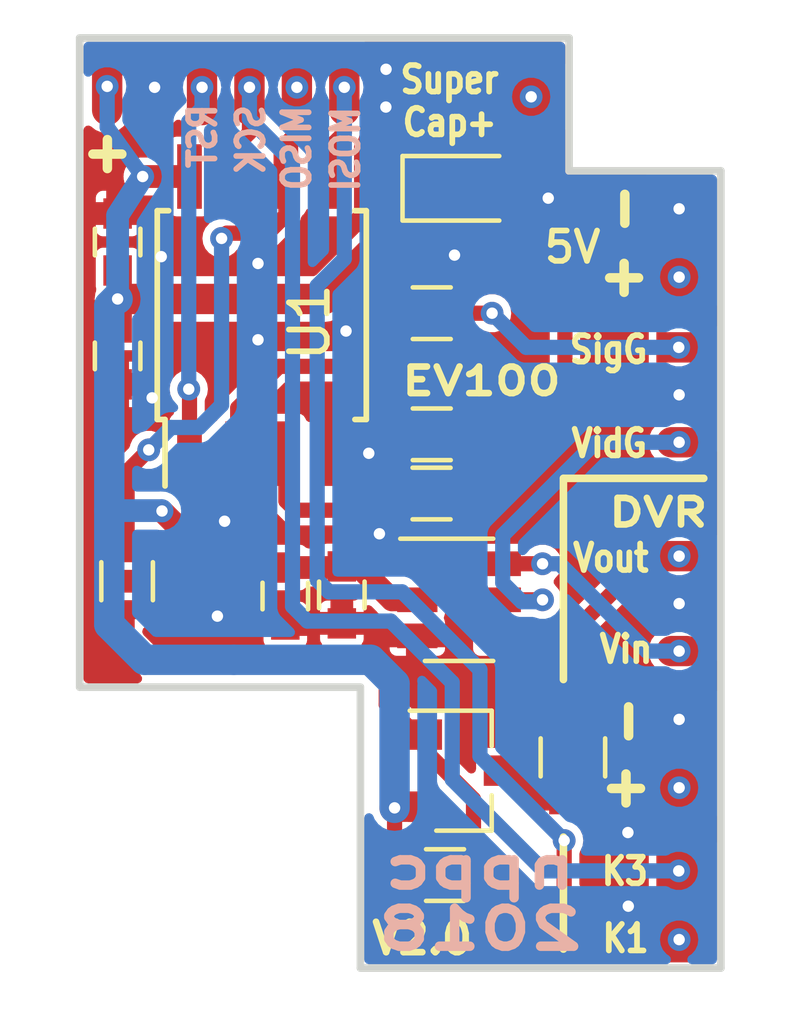
<source format=kicad_pcb>
(kicad_pcb (version 20221018) (generator pcbnew)
  (layers (0 "F.Cu" signal) (31 "B.Cu" signal) (34 "B.Paste" user) (35 "F.Paste" user) (36 "B.SilkS" user "B.Silkscreen") (37 "F.SilkS" user "F.Silkscreen") (38 "B.Mask" user) (39 "F.Mask" user) (44 "Edge.Cuts" user))
  (net 0 "")
  (net 1 "GND")
  (net 2 "VCC")
  (net 3 "Net-(R4-Pad2)")
  (net 4 "/VID_SWITCH")
  (net 5 "Net-(J1-Pad1)")
  (net 6 "/VID_SENSE")
  (net 7 "Net-(J3-Pad1)")
  (net 8 "Net-(J3-Pad3)")
  (net 9 "/SCK")
  (net 10 "/MISO")
  (net 11 "/MOSI")
  (net 12 "/RST")
  (net 13 "Net-(C5-Pad1)")
  (net 14 "Net-(Q1-Pad1)")
  (net 15 "+5V")
  (footprint "TO_SOT_Packages_SMD:SOT-23-6" (layer "F.Cu") (at 111.1 94.8)
    (fp_text reference "U2" hide)
    (fp_text value "MAX4624/5" hide)
    (fp_line (start -0.9 1.61) (end 0.9 1.61) (stroke (width 0.12)) (layer "F.SilkS"))
    (fp_line (start 0.9 -1.61) (end -1.55 -1.61) (stroke (width 0.12)) (layer "F.SilkS"))
    (pad "1" smd rect (at -1.1 -0.95) (size 1.06 0.65) (layers "F.Cu" "F.Paste" "F.Mask") (net 4 "/VID_SWITCH"))
    (pad "2" smd rect (at -1.1 0) (size 1.06 0.65) (layers "F.Cu" "F.Paste" "F.Mask") (net 2 "VCC"))
    (pad "3" smd rect (at -1.1 0.95) (size 1.06 0.65) (layers "F.Cu" "F.Paste" "F.Mask") (net 1 "GND"))
    (pad "4" smd rect (at 1.1 0.95) (size 1.06 0.65) (layers "F.Cu" "F.Paste" "F.Mask") (net 8 "Net-(J3-Pad3)"))
    (pad "5" smd rect (at 1.1 0) (size 1.06 0.65) (layers "F.Cu" "F.Paste" "F.Mask") (net 5 "Net-(J1-Pad1)"))
    (pad "6" smd rect (at 1.1 -0.95) (size 1.06 0.65) (layers "F.Cu" "F.Paste" "F.Mask") (net 7 "Net-(J3-Pad1)"))
  )
  (footprint "Capacitors_SMD:C_0603" (layer "F.Cu") (at 102.1 88.375 -90)
    (fp_text reference "C1" hide)
    (fp_text value "10uf" hide)
    (fp_line (start -0.35 -0.6) (end 0.35 -0.6) (stroke (width 0.12)) (layer "F.SilkS"))
    (fp_line (start 0.35 0.6) (end -0.35 0.6) (stroke (width 0.12)) (layer "F.SilkS"))
    (pad "1" smd rect (at -0.75 0 270) (size 0.8 0.75) (layers "F.Cu" "F.Paste" "F.Mask") (net 2 "VCC"))
    (pad "2" smd rect (at 0.75 0 270) (size 0.8 0.75) (layers "F.Cu" "F.Paste" "F.Mask") (net 1 "GND"))
  )
  (footprint "Capacitors_SMD:C_0603" (layer "F.Cu") (at 102.1 85.375 90)
    (fp_text reference "C2" hide)
    (fp_text value "100n" hide)
    (fp_line (start -0.35 -0.6) (end 0.35 -0.6) (stroke (width 0.12)) (layer "F.SilkS"))
    (fp_line (start 0.35 0.6) (end -0.35 0.6) (stroke (width 0.12)) (layer "F.SilkS"))
    (pad "1" smd rect (at -0.75 0 90) (size 0.8 0.75) (layers "F.Cu" "F.Paste" "F.Mask") (net 2 "VCC"))
    (pad "2" smd rect (at 0.75 0 90) (size 0.8 0.75) (layers "F.Cu" "F.Paste" "F.Mask") (net 1 "GND"))
  )
  (footprint "Capacitors_SMD:C_0603" (layer "F.Cu") (at 108.01 94.67 -90)
    (fp_text reference "C3" hide)
    (fp_text value "100n" hide)
    (fp_line (start -0.35 -0.6) (end 0.35 -0.6) (stroke (width 0.12)) (layer "F.SilkS"))
    (fp_line (start 0.35 0.6) (end -0.35 0.6) (stroke (width 0.12)) (layer "F.SilkS"))
    (pad "1" smd rect (at -0.75 0 270) (size 0.8 0.75) (layers "F.Cu" "F.Paste" "F.Mask") (net 2 "VCC"))
    (pad "2" smd rect (at 0.75 0 270) (size 0.8 0.75) (layers "F.Cu" "F.Paste" "F.Mask") (net 1 "GND"))
  )
  (footprint "Capacitors_SMD:C_0603" (layer "F.Cu") (at 106.52 94.7 -90)
    (fp_text reference "C4" hide)
    (fp_text value "10n" hide)
    (fp_line (start -0.35 -0.6) (end 0.35 -0.6) (stroke (width 0.12)) (layer "F.SilkS"))
    (fp_line (start 0.35 0.6) (end -0.35 0.6) (stroke (width 0.12)) (layer "F.SilkS"))
    (pad "1" smd rect (at -0.75 0 270) (size 0.8 0.75) (layers "F.Cu" "F.Paste" "F.Mask") (net 2 "VCC"))
    (pad "2" smd rect (at 0.75 0 270) (size 0.8 0.75) (layers "F.Cu" "F.Paste" "F.Mask") (net 1 "GND"))
  )
  (footprint "Resistors_SMD:R_0603" (layer "F.Cu") (at 110.38 87.25 180)
    (fp_text reference "R4" hide)
    (fp_text value "100" hide)
    (fp_line (start -0.5 -0.68) (end 0.5 -0.68) (stroke (width 0.12)) (layer "F.SilkS"))
    (fp_line (start 0.5 0.68) (end -0.5 0.68) (stroke (width 0.12)) (layer "F.SilkS"))
    (pad "1" smd rect (at -0.75 0 180) (size 0.5 0.9) (layers "F.Cu" "F.Paste" "F.Mask") (net 6 "/VID_SENSE"))
    (pad "2" smd rect (at 0.75 0 180) (size 0.5 0.9) (layers "F.Cu" "F.Paste" "F.Mask") (net 3 "Net-(R4-Pad2)"))
  )
  (footprint "Housings_SOIC:SOIJ-8_5.3x5.3mm_Pitch1.27mm" (layer "F.Cu") (at 105.9 87.3 90)
    (fp_text reference "U1" (at -0.19 1.26 90) (layer "F.SilkS"))
    (fp_text value "ATTINY25" hide)
    (fp_line (start -2.75 -2.755) (end -2.75 -2.55) (stroke (width 0.15)) (layer "F.SilkS"))
    (fp_line (start -2.75 -2.755) (end 2.75 -2.755) (stroke (width 0.15)) (layer "F.SilkS"))
    (fp_line (start -2.75 -2.55) (end -4.5 -2.55) (stroke (width 0.15)) (layer "F.SilkS"))
    (fp_line (start -2.75 2.755) (end -2.75 2.455) (stroke (width 0.15)) (layer "F.SilkS"))
    (fp_line (start -2.75 2.755) (end 2.75 2.755) (stroke (width 0.15)) (layer "F.SilkS"))
    (fp_line (start 2.75 -2.755) (end 2.75 -2.455) (stroke (width 0.15)) (layer "F.SilkS"))
    (fp_line (start 2.75 2.755) (end 2.75 2.455) (stroke (width 0.15)) (layer "F.SilkS"))
    (pad "1" smd rect (at -3.65 -1.905 90) (size 1.7 0.65) (layers "F.Cu" "F.Paste" "F.Mask") (net 12 "/RST"))
    (pad "2" smd rect (at -3.65 -0.635 90) (size 1.7 0.65) (layers "F.Cu" "F.Paste" "F.Mask") (net 3 "Net-(R4-Pad2)"))
    (pad "3" smd rect (at -3.65 0.635 90) (size 1.7 0.65) (layers "F.Cu" "F.Paste" "F.Mask") (net 4 "/VID_SWITCH"))
    (pad "4" smd rect (at -3.65 1.905 90) (size 1.7 0.65) (layers "F.Cu" "F.Paste" "F.Mask") (net 1 "GND"))
    (pad "5" smd rect (at 3.65 1.905 90) (size 1.7 0.65) (layers "F.Cu" "F.Paste" "F.Mask") (net 11 "/MOSI"))
    (pad "6" smd rect (at 3.65 0.635 90) (size 1.7 0.65) (layers "F.Cu" "F.Paste" "F.Mask") (net 10 "/MISO"))
    (pad "7" smd rect (at 3.65 -0.635 90) (size 1.7 0.65) (layers "F.Cu" "F.Paste" "F.Mask") (net 9 "/SCK"))
    (pad "8" smd rect (at 3.65 -1.905 90) (size 1.7 0.65) (layers "F.Cu" "F.Paste" "F.Mask") (net 2 "VCC"))
  )
  (footprint "KiCadCustomLibs:USB_3_PADS" (layer "F.Cu") (at 116.9 89.4 90)
    (fp_text reference "J1" hide)
    (fp_text value "EV100" hide)
    (pad "1" smd oval (at -1.25 0 90) (size 0.8 1.2) (layers "F.Cu" "F.Paste" "F.Mask") (net 5 "Net-(J1-Pad1)"))
    (pad "2" smd rect (at 0 0 90) (size 0.8 1.2) (layers "F.Cu" "F.Paste" "F.Mask") (net 1 "GND"))
    (pad "3" smd rect (at 1.25 0 90) (size 0.8 1.2) (layers "F.Cu" "F.Paste" "F.Mask") (net 6 "/VID_SENSE"))
  )
  (footprint "KiCadCustomLibs:USB_3_PADS" (layer "F.Cu") (at 116.9 94.9 90)
    (fp_text reference "J3" hide)
    (fp_text value "DVR_VIDEO" hide)
    (pad "1" smd oval (at -1.25 0 90) (size 0.8 1.2) (layers "F.Cu" "F.Paste" "F.Mask") (net 7 "Net-(J3-Pad1)"))
    (pad "2" smd rect (at 0 0 90) (size 0.8 1.2) (layers "F.Cu" "F.Paste" "F.Mask") (net 1 "GND"))
    (pad "3" smd rect (at 1.25 0 90) (size 0.8 1.2) (layers "F.Cu" "F.Paste" "F.Mask") (net 8 "Net-(J3-Pad3)"))
  )
  (footprint "KiCadCustomLibs:POWER2PIN" (layer "F.Cu") (at 116.9 85.4 90)
    (fp_text reference "J4" hide)
    (fp_text value "PWR" hide)
    (pad "1" smd rect (at -0.9 0 90) (size 1.2 1.2) (layers "F.Cu" "F.Paste" "F.Mask") (net 15 "+5V"))
    (pad "2" smd rect (at 0.9 0 90) (size 1.2 1.2) (layers "F.Cu" "F.Paste" "F.Mask") (net 1 "GND"))
  )
  (footprint "KiCadCustomLibs:POWER2PIN" (layer "F.Cu") (at 116.9 98.85 90)
    (fp_text reference "J5" hide)
    (fp_text value "PWR_DVR" hide)
    (pad "1" smd rect (at -0.9 0 90) (size 1.2 1.2) (layers "F.Cu" "F.Paste" "F.Mask") (net 13 "Net-(C5-Pad1)"))
    (pad "2" smd rect (at 0.9 0 90) (size 1.2 1.2) (layers "F.Cu" "F.Paste" "F.Mask") (net 1 "GND"))
  )
  (footprint "KiCadCustomLibs:Pads_prog_6pin1.25mm" (layer "F.Cu") (at 104.95 81.3 180)
    (fp_text reference "J6" hide)
    (fp_text value "PROG" hide)
    (pad "1" smd oval (at -3.125 0 180) (size 0.8 2) (layers "F.Cu" "F.Paste" "F.Mask") (net 11 "/MOSI"))
    (pad "2" smd oval (at -1.875 0 180) (size 0.8 2) (layers "F.Cu" "F.Paste" "F.Mask") (net 10 "/MISO"))
    (pad "3" smd oval (at -0.625 0 180) (size 0.8 2) (layers "F.Cu" "F.Paste" "F.Mask") (net 9 "/SCK"))
    (pad "4" smd oval (at 0.625 0 180) (size 0.8 2) (layers "F.Cu" "F.Paste" "F.Mask") (net 12 "/RST"))
    (pad "5" smd oval (at 1.875 0 180) (size 0.8 2) (layers "F.Cu" "F.Paste" "F.Mask") (net 1 "GND"))
    (pad "6" smd oval (at 3.125 0 180) (size 0.8 2) (layers "F.Cu" "F.Paste" "F.Mask") (net 2 "VCC"))
  )
  (footprint "Capacitors_SMD:C_0805" (layer "F.Cu") (at 114.1 98.95 90)
    (fp_text reference "C5" hide)
    (fp_text value "22uf" hide)
    (fp_line (start -0.5 0.85) (end 0.5 0.85) (stroke (width 0.12)) (layer "F.SilkS"))
    (fp_line (start 0.5 -0.85) (end -0.5 -0.85) (stroke (width 0.12)) (layer "F.SilkS"))
    (pad "1" smd rect (at -1 0 90) (size 1 1.25) (layers "F.Cu" "F.Paste" "F.Mask") (net 13 "Net-(C5-Pad1)"))
    (pad "2" smd rect (at 1 0 90) (size 1 1.25) (layers "F.Cu" "F.Paste" "F.Mask") (net 1 "GND"))
  )
  (footprint "KiCadCustomLibs:POWER2PIN" (layer "F.Cu") (at 116.9 102.85 -90)
    (fp_text reference "J2" hide)
    (fp_text value "Buttons" hide)
    (pad "1" smd rect (at -0.9 0 270) (size 1.2 1.2) (layers "F.Cu" "F.Paste" "F.Mask") (net 9 "/SCK"))
    (pad "2" smd rect (at 0.9 0 270) (size 1.2 1.2) (layers "F.Cu" "F.Paste" "F.Mask") (net 11 "/MOSI"))
  )
  (footprint "TO_SOT_Packages_SMD:SOT-23" (layer "F.Cu") (at 111.2 99.3)
    (fp_text reference "Q1" hide)
    (fp_text value "AO3415 (P)" hide)
    (fp_line (start 0.76 -1.58) (end -1.4 -1.58) (stroke (width 0.12)) (layer "F.SilkS"))
    (fp_line (start 0.76 -1.58) (end 0.76 -0.65) (stroke (width 0.12)) (layer "F.SilkS"))
    (fp_line (start 0.76 1.58) (end -0.7 1.58) (stroke (width 0.12)) (layer "F.SilkS"))
    (fp_line (start 0.76 1.58) (end 0.76 0.65) (stroke (width 0.12)) (layer "F.SilkS"))
    (pad "1" smd rect (at -1 -0.95) (size 0.9 0.8) (layers "F.Cu" "F.Paste" "F.Mask") (net 14 "Net-(Q1-Pad1)"))
    (pad "2" smd rect (at -1 0.95) (size 0.9 0.8) (layers "F.Cu" "F.Paste" "F.Mask") (net 2 "VCC"))
    (pad "3" smd rect (at 1 0) (size 0.9 0.8) (layers "F.Cu" "F.Paste" "F.Mask") (net 13 "Net-(C5-Pad1)"))
  )
  (footprint "Resistors_SMD:R_0603" (layer "F.Cu") (at 110.73 102.05)
    (fp_text reference "R2" hide)
    (fp_text value "100K" hide)
    (fp_line (start -0.5 -0.68) (end 0.5 -0.68) (stroke (width 0.12)) (layer "F.SilkS"))
    (fp_line (start 0.5 0.68) (end -0.5 0.68) (stroke (width 0.12)) (layer "F.SilkS"))
    (pad "1" smd rect (at -0.75 0) (size 0.5 0.9) (layers "F.Cu" "F.Paste" "F.Mask") (net 2 "VCC"))
    (pad "2" smd rect (at 0.75 0) (size 0.5 0.9) (layers "F.Cu" "F.Paste" "F.Mask") (net 14 "Net-(Q1-Pad1)"))
  )
  (footprint "Resistors_SMD:R_0603" (layer "F.Cu") (at 102.35 94.31 -90)
    (fp_text reference "R6" hide)
    (fp_text value "1K" hide)
    (fp_line (start -0.5 -0.68) (end 0.5 -0.68) (stroke (width 0.12)) (layer "F.SilkS"))
    (fp_line (start 0.5 0.68) (end -0.5 0.68) (stroke (width 0.12)) (layer "F.SilkS"))
    (pad "1" smd rect (at -0.75 0 270) (size 0.5 0.9) (layers "F.Cu" "F.Paste" "F.Mask") (net 10 "/MISO"))
    (pad "2" smd rect (at 0.75 0 270) (size 0.5 0.9) (layers "F.Cu" "F.Paste" "F.Mask") (net 14 "Net-(Q1-Pad1)"))
  )
  (footprint "Diodes_SMD:D_SOD-323" (layer "F.Cu") (at 111.11 83.96)
    (fp_text reference "D1" hide)
    (fp_text value "B5819WS" hide)
    (fp_line (start -1.5 -0.85) (end -1.5 0.85) (stroke (width 0.12)) (layer "F.SilkS"))
    (fp_line (start -1.5 -0.85) (end 1.05 -0.85) (stroke (width 0.12)) (layer "F.SilkS"))
    (fp_line (start -1.5 0.85) (end 1.05 0.85) (stroke (width 0.12)) (layer "F.SilkS"))
    (pad "1" smd rect (at -1.05 0) (size 0.6 0.45) (layers "F.Cu" "F.Paste" "F.Mask") (net 2 "VCC"))
    (pad "2" smd rect (at 1.05 0) (size 0.6 0.45) (layers "F.Cu" "F.Paste" "F.Mask") (net 15 "+5V"))
  )
  (footprint "Resistors_SMD:R_0603" (layer "F.Cu") (at 110.38 90.44)
    (fp_text reference "R7" hide)
    (fp_text value "4.7K" hide)
    (fp_line (start -0.5 -0.68) (end 0.5 -0.68) (stroke (width 0.12)) (layer "F.SilkS"))
    (fp_line (start 0.5 0.68) (end -0.5 0.68) (stroke (width 0.12)) (layer "F.SilkS"))
    (pad "1" smd rect (at -0.75 0) (size 0.5 0.9) (layers "F.Cu" "F.Paste" "F.Mask") (net 4 "/VID_SWITCH"))
    (pad "2" smd rect (at 0.75 0) (size 0.5 0.9) (layers "F.Cu" "F.Paste" "F.Mask") (net 15 "+5V"))
  )
  (footprint "Resistors_SMD:R_0603" (layer "F.Cu") (at 110.375 92 180)
    (fp_text reference "R8" hide)
    (fp_text value "47K" hide)
    (fp_line (start -0.5 -0.68) (end 0.5 -0.68) (stroke (width 0.12)) (layer "F.SilkS"))
    (fp_line (start 0.5 0.68) (end -0.5 0.68) (stroke (width 0.12)) (layer "F.SilkS"))
    (pad "1" smd rect (at -0.75 0 180) (size 0.5 0.9) (layers "F.Cu" "F.Paste" "F.Mask") (net 1 "GND"))
    (pad "2" smd rect (at 0.75 0 180) (size 0.5 0.9) (layers "F.Cu" "F.Paste" "F.Mask") (net 4 "/VID_SWITCH"))
  )
  (footprint "KiCadCustomLibs:ESC_PWR_PAD" (layer "F.Cu") (at 113 81.55)
    (fp_text reference "J7" hide)
    (fp_text value "SuperCap" hide)
    (pad "1" smd rect (at 0 0) (size 1.2 1.2) (layers "F.Cu" "F.Paste" "F.Mask") (net 2 "VCC"))
  )
  (gr_line (start 113.85 104) (end 113.85 101.05) (stroke (width 0.2)) (layer "F.SilkS"))
  (gr_line (start 117.55 91.6) (end 113.85 91.6) (stroke (width 0.2)) (layer "F.SilkS"))
  (gr_line (start 113.85 91.6) (end 113.85 96.9) (stroke (width 0.2)) (layer "F.SilkS"))
  (gr_line (start 101.1 97.1) (end 108.5 97.1) (stroke (width 0.2)) (layer "Edge.Cuts"))
  (gr_line (start 114 80) (end 114 83.5) (stroke (width 0.2)) (layer "Edge.Cuts"))
  (gr_line (start 101.1 80) (end 114 80) (stroke (width 0.2)) (layer "Edge.Cuts"))
  (gr_line (start 101.1 97.1) (end 101.1 80) (stroke (width 0.2)) (layer "Edge.Cuts"))
  (gr_line (start 108.5 104.5) (end 118 104.5) (stroke (width 0.2)) (layer "Edge.Cuts"))
  (gr_line (start 118 83.5) (end 118 104.5) (stroke (width 0.2)) (layer "Edge.Cuts"))
  (gr_line (start 108.5 104.5) (end 108.5 97.1) (stroke (width 0.2)) (layer "Edge.Cuts"))
  (gr_line (start 114 83.5) (end 118 83.5) (stroke (width 0.2)) (layer "Edge.Cuts"))
  (gr_text "SCK" (at 105.61 82.68 90) (layer "B.SilkS") (effects (font (size 0.7 0.6)) (justify mirror)))
  (gr_text "MOSI" (at 108.11 82.93 90) (layer "B.SilkS") (effects (font (size 0.7 0.6)) (justify mirror)))
  (gr_text "MISO" (at 106.82 82.9 90) (layer "B.SilkS") (effects (font (size 0.7 0.6)) (justify mirror)))
  (gr_text "RST" (at 104.34 82.59 90) (layer "B.SilkS") (effects (font (size 0.7 0.6)) (justify mirror)))
  (gr_text "nppc\n2018" (at 111.65 102.67) (layer "B.SilkS") (effects (font (size 1 1.4) (thickness 0.25)) (justify mirror)))
  (gr_text "DVR" (at 116.35 92.5) (layer "F.SilkS") (effects (font (size 0.7 0.9) (thickness 0.175))))
  (gr_text "5V" (at 114.09 85.51) (layer "F.SilkS") (effects (font (size 0.8 0.8))))
  (gr_text "K3" (at 115.47 101.95) (layer "F.SilkS") (effects (font (size 0.7 0.6))))
  (gr_text "Vout" (at 115.1 93.7) (layer "F.SilkS") (effects (font (size 0.7 0.6))))
  (gr_text "K1" (at 115.49 103.72) (layer "F.SilkS") (effects (font (size 0.7 0.6))))
  (gr_text "+" (at 115.45 86.25) (layer "F.SilkS") (effects (font (size 1 1) (thickness 0.25))))
  (gr_text "+" (at 101.83 82.99) (layer "F.SilkS") (effects (font (size 1 1) (thickness 0.25))))
  (gr_text "EV100" (at 111.69 89.04) (layer "F.SilkS") (effects (font (size 0.7 0.9) (thickness 0.175))))
  (gr_text "Super\nCap+" (at 110.85 81.66) (layer "F.SilkS") (effects (font (size 0.7 0.6))))
  (gr_text "Vin" (at 115.5 96.1) (layer "F.SilkS") (effects (font (size 0.7 0.6))))
  (gr_text "SigG" (at 115.04 88.21) (layer "F.SilkS") (effects (font (size 0.7 0.6))))
  (gr_text "+" (at 115.5 99.7) (layer "F.SilkS") (effects (font (size 1 1) (thickness 0.25))))
  (gr_text "-" (at 115.5 98 90) (layer "F.SilkS") (effects (font (size 1 1) (thickness 0.25))))
  (gr_text "VidG" (at 115.06 90.68) (layer "F.SilkS") (effects (font (size 0.7 0.6))))
  (gr_text "-" (at 115.4 84.5 90) (layer "F.SilkS") (effects (font (size 1 1) (thickness 0.25))))
  (gr_text "V2.0" (at 110.13 103.72) (layer "F.SilkS") (effects (font (size 0.8 0.8) (thickness 0.175))))
  (segment (start 104.95 95.45) (end 104.73 95.23) (width 0.6) (layer "F.Cu") (net 1))
  (segment (start 105.97 92.73) (end 106.3 93.06) (width 0.4) (layer "F.Cu") (net 1))
  (segment (start 106.3 93.06) (end 109 93.06) (width 0.4) (layer "F.Cu") (net 1))
  (segment (start 115.55 102.86) (end 115.56 102.87) (width 0.4) (layer "F.Cu") (net 1))
  (segment (start 108.71 90.95) (end 108.72 90.94) (width 0.4) (layer "F.Cu") (net 1))
  (segment (start 102.855 84.625) (end 103.25 85.02) (width 0.4) (layer "F.Cu") (net 1))
  (segment (start 103.25 85.02) (end 103.25 85.76) (width 0.4) (layer "F.Cu") (net 1))
  (segment (start 102.655 89.125) (end 103.01 89.48) (width 0.4) (layer "F.Cu") (net 1))
  (segment (start 113.73 84.5) (end 113.45 84.22) (width 0.4) (layer "F.Cu") (net 1))
  (segment (start 110.98 85.72) (end 110.99 85.72) (width 0.4) (layer "F.Cu") (net 1))
  (segment (start 107.805 90.95) (end 108.71 90.95) (width 0.4) (layer "F.Cu") (net 1))
  (segment (start 106.52 95.45) (end 104.95 95.45) (width 0.6) (layer "F.Cu") (net 1))
  (segment (start 104.92 92.73) (end 105.97 92.73) (width 0.4) (layer "F.Cu") (net 1))
  (segment (start 115.55 100.93) (end 115.55 102.86) (width 0.4) (layer "F.Cu") (net 1))
  (segment (start 102.1 84.625) (end 102.855 84.625) (width 0.4) (layer "F.Cu") (net 1))
  (segment (start 102.1 89.125) (end 102.655 89.125) (width 0.4) (layer "F.Cu") (net 1))
  (segment (start 116.9 84.5) (end 113.73 84.5) (width 0.4) (layer "F.Cu") (net 1))
  (via (at 115.56 102.87) (size 0.6) (drill 0.3) (layers "F.Cu" "B.Cu") (net 1))
  (via (at 103.075 81.3) (size 0.6) (drill 0.3) (layers "F.Cu" "B.Cu") (net 1))
  (via (at 104.73 95.23) (size 0.6) (drill 0.3) (layers "F.Cu" "B.Cu") (net 1))
  (via (at 105.8 87.95) (size 0.6) (drill 0.3) (layers "F.Cu" "B.Cu") (net 1))
  (via (at 113.45 84.22) (size 0.6) (drill 0.3) (layers "F.Cu" "B.Cu") (net 1))
  (via (at 110.98 85.72) (size 0.6) (drill 0.3) (layers "F.Cu" "B.Cu") (net 1))
  (via (at 105.8 85.94) (size 0.6) (drill 0.3) (layers "F.Cu" "B.Cu") (net 1))
  (via (at 108.12 87.72) (size 0.6) (drill 0.3) (layers "F.Cu" "B.Cu") (net 1))
  (via (at 116.9 97.95) (size 0.6) (drill 0.3) (layers "F.Cu" "B.Cu") (net 1))
  (via (at 116.9 89.4) (size 0.6) (drill 0.3) (layers "F.Cu" "B.Cu") (net 1))
  (via (at 115.55 100.93) (size 0.6) (drill 0.3) (layers "F.Cu" "B.Cu") (net 1))
  (via (at 103.01 89.48) (size 0.6) (drill 0.3) (layers "F.Cu" "B.Cu") (net 1))
  (via (at 116.9 84.5) (size 0.6) (drill 0.3) (layers "F.Cu" "B.Cu") (net 1))
  (via (at 108.72 90.94) (size 0.6) (drill 0.3) (layers "F.Cu" "B.Cu") (net 1))
  (via (at 109 93.06) (size 0.6) (drill 0.3) (layers "F.Cu" "B.Cu") (net 1))
  (via (at 109.175 80.825) (size 0.6) (drill 0.3) (layers "F.Cu" "B.Cu") (net 1))
  (via (at 109.17 81.82) (size 0.6) (drill 0.3) (layers "F.Cu" "B.Cu") (net 1))
  (via (at 103.25 85.76) (size 0.6) (drill 0.3) (layers "F.Cu" "B.Cu") (net 1))
  (via (at 104.92 92.73) (size 0.6) (drill 0.3) (layers "F.Cu" "B.Cu") (net 1))
  (via (at 116.9 94.9) (size 0.6) (drill 0.3) (layers "F.Cu" "B.Cu") (net 1))
  (segment (start 103.075 81.3) (end 103.85 80.525) (width 0.4) (layer "B.Cu") (net 1))
  (segment (start 103.85 80.525) (end 108.875 80.525) (width 0.4) (layer "B.Cu") (net 1))
  (segment (start 109.175 80.825) (end 108.875 80.525) (width 0.4) (layer "B.Cu") (net 1))
  (segment (start 104.73 92.92) (end 104.92 92.73) (width 0.6) (layer "B.Cu") (net 1))
  (segment (start 116.33 97.95) (end 115.55 98.73) (width 0.4) (layer "B.Cu") (net 1))
  (segment (start 115.55 98.73) (end 115.55 100.93) (width 0.4) (layer "B.Cu") (net 1))
  (segment (start 115.56 102.87) (end 115.55 102.87) (width 0.4) (layer "B.Cu") (net 1))
  (segment (start 108.72 88.32) (end 108.12 87.72) (width 0.4) (layer "B.Cu") (net 1))
  (segment (start 104.92 91.68) (end 105.8 90.8) (width 0.4) (layer "B.Cu") (net 1))
  (segment (start 105.8 90.8) (end 105.8 87.95) (width 0.4) (layer "B.Cu") (net 1))
  (segment (start 109.175 81.815) (end 109.17 81.82) (width 0.4) (layer "B.Cu") (net 1))
  (segment (start 113.34 84.22) (end 111.84 85.72) (width 0.4) (layer "B.Cu") (net 1))
  (segment (start 111.84 85.72) (end 110.98 85.72) (width 0.4) (layer "B.Cu") (net 1))
  (segment (start 108.72 90.94) (end 108.72 88.32) (width 0.4) (layer "B.Cu") (net 1))
  (segment (start 104.73 95.23) (end 104.73 92.92) (width 0.6) (layer "B.Cu") (net 1))
  (segment (start 104.92 91.68) (end 104.92 92.73) (width 0.4) (layer "B.Cu") (net 1))
  (segment (start 113.45 84.22) (end 113.34 84.22) (width 0.4) (layer "B.Cu") (net 1))
  (segment (start 109.175 80.825) (end 109.175 81.815) (width 0.4) (layer "B.Cu") (net 1))
  (segment (start 105.8 85.94) (end 105.8 87.95) (width 0.4) (layer "B.Cu") (net 1))
  (segment (start 116.9 97.95) (end 116.33 97.95) (width 0.4) (layer "B.Cu") (net 1))
  (segment (start 101.825 81.275) (end 101.825 81.3) (width 0.4) (layer "F.Cu") (net 2))
  (segment (start 102.1 86.875) (end 102.1 86.125) (width 0.4) (layer "F.Cu") (net 2))
  (segment (start 109.4 100.28) (end 109.43 100.25) (width 0.8) (layer "F.Cu") (net 2))
  (segment (start 109.43 100.25) (end 110.2 100.25) (width 0.8) (layer "F.Cu") (net 2))
  (segment (start 109.33 94.8) (end 108.45 93.92) (width 0.6) (layer "F.Cu") (net 2))
  (segment (start 108.45 93.92) (end 108.01 93.92) (width 0.6) (layer "F.Cu") (net 2))
  (segment (start 107.98 93.95) (end 108.01 93.92) (width 0.6) (layer "F.Cu") (net 2))
  (segment (start 109.84 102.05) (end 109.4 101.61) (width 0.4) (layer "F.Cu") (net 2))
  (segment (start 109.4 101.61) (end 109.4 100.28) (width 0.4) (layer "F.Cu") (net 2))
  (segment (start 110.05 84.38) (end 107.555 86.875) (width 0.8) (layer "F.Cu") (net 2))
  (segment (start 107.555 86.875) (end 102.1 86.875) (width 0.8) (layer "F.Cu") (net 2))
  (segment (start 104.76 93.95) (end 103.27 92.46) (width 0.6) (layer "F.Cu") (net 2))
  (segment (start 110.05 82.37) (end 110.87 81.55) (width 0.6) (layer "F.Cu") (net 2))
  (segment (start 110.87 81.55) (end 113 81.55) (width 0.6) (layer "F.Cu") (net 2))
  (segment (start 110.06 83.96) (end 110.05 82.37) (width 0.6) (layer "F.Cu") (net 2))
  (segment (start 103.995 83.65) (end 102.76 83.65) (width 0.6) (layer "F.Cu") (net 2))
  (segment (start 110.06 83.96) (end 110.05 84.38) (width 0.8) (layer "F.Cu") (net 2))
  (segment (start 109.98 102.05) (end 109.84 102.05) (width 0.4) (layer "F.Cu") (net 2))
  (segment (start 106.52 93.95) (end 104.76 93.95) (width 0.6) (layer "F.Cu") (net 2))
  (segment (start 102.1 87.625) (end 102.1 86.875) (width 0.4) (layer "F.Cu") (net 2))
  (segment (start 110 94.8) (end 109.33 94.8) (width 0.6) (layer "F.Cu") (net 2))
  (segment (start 106.52 93.95) (end 107.98 93.95) (width 0.6) (layer "F.Cu") (net 2))
  (via (at 113 81.55) (size 0.6) (drill 0.3) (layers "F.Cu" "B.Cu") (net 2))
  (via (at 102.76 83.65) (size 0.6) (drill 0.3) (layers "F.Cu" "B.Cu") (net 2))
  (via (at 102.1 86.875) (size 0.6) (drill 0.3) (layers "F.Cu" "B.Cu") (net 2))
  (via (at 103.27 92.46) (size 0.6) (drill 0.3) (layers "F.Cu" "B.Cu") (net 2))
  (via (at 109.4 100.28) (size 0.6) (drill 0.3) (layers "F.Cu" "B.Cu") (net 2))
  (via (at 101.825 81.275) (size 0.6) (drill 0.3) (layers "F.Cu" "B.Cu") (net 2))
  (segment (start 102.76 83.65) (end 101.825 82.35) (width 0.4) (layer "B.Cu") (net 2))
  (segment (start 101.825 82.35) (end 101.825 81.275) (width 0.4) (layer "B.Cu") (net 2))
  (segment (start 102.055 86.875) (end 101.88 87.05) (width 0.8) (layer "B.Cu") (net 2))
  (segment (start 101.88 87.05) (end 101.88 92.45) (width 0.8) (layer "B.Cu") (net 2))
  (segment (start 101.88 95.45) (end 102.81 96.38) (width 0.8) (layer "B.Cu") (net 2))
  (segment (start 102.81 96.38) (end 105.16 96.38) (width 0.8) (layer "B.Cu") (net 2))
  (segment (start 108.77 96.38) (end 109.4 97.01) (width 0.8) (layer "B.Cu") (net 2))
  (segment (start 109.4 97.01) (end 109.4 100.28) (width 0.8) (layer "B.Cu") (net 2))
  (segment (start 105.16 96.38) (end 105.16 96.45) (width 0.6) (layer "B.Cu") (net 2))
  (segment (start 105.16 96.45) (end 105.16 96.38) (width 0.6) (layer "B.Cu") (net 2))
  (segment (start 105.16 96.38) (end 108.77 96.38) (width 0.8) (layer "B.Cu") (net 2))
  (segment (start 103.27 92.46) (end 103.26 92.45) (width 0.6) (layer "B.Cu") (net 2))
  (segment (start 103.26 92.45) (end 101.88 92.45) (width 0.6) (layer "B.Cu") (net 2))
  (segment (start 101.88 92.45) (end 101.88 95.45) (width 0.8) (layer "B.Cu") (net 2))
  (segment (start 102.1 84.675) (end 102.76 83.65) (width 0.6) (layer "B.Cu") (net 2))
  (segment (start 102.1 86.875) (end 102.1 84.675) (width 0.6) (layer "B.Cu") (net 2))
  (segment (start 102.1 86.875) (end 102.055 86.875) (width 0.8) (layer "B.Cu") (net 2))
  (segment (start 105.265 89.745) (end 106.36 88.65) (width 0.4) (layer "F.Cu") (net 3))
  (segment (start 106.36 88.65) (end 109.17 88.65) (width 0.4) (layer "F.Cu") (net 3))
  (segment (start 109.17 88.65) (end 109.63 88.19) (width 0.4) (layer "F.Cu") (net 3))
  (segment (start 109.63 88.19) (end 109.63 87.25) (width 0.4) (layer "F.Cu") (net 3))
  (segment (start 105.265 90.95) (end 105.265 89.745) (width 0.4) (layer "F.Cu") (net 3))
  (segment (start 106.535 92.195) (end 106.78 92.44) (width 0.4) (layer "F.Cu") (net 4))
  (segment (start 106.78 92.44) (end 108.57 92.44) (width 0.4) (layer "F.Cu") (net 4))
  (segment (start 108.57 92.44) (end 109.01 92) (width 0.4) (layer "F.Cu") (net 4))
  (segment (start 109.01 92) (end 109.625 92) (width 0.4) (layer "F.Cu") (net 4))
  (segment (start 109.625 92.695) (end 110 93.07) (width 0.4) (layer "F.Cu") (net 4))
  (segment (start 110 93.07) (end 110 93.85) (width 0.4) (layer "F.Cu") (net 4))
  (segment (start 109.625 90.445) (end 109.63 90.44) (width 0.4) (layer "F.Cu") (net 4))
  (segment (start 109.625 92) (end 109.625 90.445) (width 0.4) (layer "F.Cu") (net 4))
  (segment (start 106.535 90.95) (end 106.535 92.195) (width 0.4) (layer "F.Cu") (net 4))
  (segment (start 109.625 92) (end 109.625 92.695) (width 0.4) (layer "F.Cu") (net 4))
  (segment (start 112.2 94.8) (end 113.3 94.8) (width 0.4) (layer "F.Cu") (net 5))
  (via (at 116.9 90.65) (size 0.6) (drill 0.3) (layers "F.Cu" "B.Cu") (net 5))
  (via (at 113.3 94.8) (size 0.6) (drill 0.3) (layers "F.Cu" "B.Cu") (net 5))
  (segment (start 113.3 94.8) (end 113.25 94.85) (width 0.4) (layer "B.Cu") (net 5))
  (segment (start 113.25 94.85) (end 112.75 94.85) (width 0.4) (layer "B.Cu") (net 5))
  (segment (start 112.75 94.85) (end 112.25 94.35) (width 0.4) (layer "B.Cu") (net 5))
  (segment (start 112.25 94.35) (end 112.25 93.1) (width 0.4) (layer "B.Cu") (net 5))
  (segment (start 112.25 93.1) (end 114.7 90.65) (width 0.4) (layer "B.Cu") (net 5))
  (segment (start 114.7 90.65) (end 116.9 90.65) (width 0.4) (layer "B.Cu") (net 5))
  (segment (start 116.89 88.15) (end 116.9 88.15) (width 0.4) (layer "F.Cu") (net 6))
  (segment (start 111.13 87.25) (end 111.97 87.25) (width 0.4) (layer "F.Cu") (net 6))
  (via (at 116.89 88.15) (size 0.6) (drill 0.3) (layers "F.Cu" "B.Cu") (net 6))
  (via (at 111.97 87.25) (size 0.6) (drill 0.3) (layers "F.Cu" "B.Cu") (net 6))
  (segment (start 111.97 87.25) (end 112.87 88.15) (width 0.4) (layer "B.Cu") (net 6))
  (segment (start 112.87 88.15) (end 116.89 88.15) (width 0.4) (layer "B.Cu") (net 6))
  (segment (start 112.2 93.85) (end 113.3 93.85) (width 0.4) (layer "F.Cu") (net 7))
  (via (at 113.3 93.85) (size 0.6) (drill 0.3) (layers "F.Cu" "B.Cu") (net 7))
  (via (at 116.9 96.15) (size 0.6) (drill 0.3) (layers "F.Cu" "B.Cu") (net 7))
  (segment (start 113.3 93.85) (end 113.75 93.85) (width 0.4) (layer "B.Cu") (net 7))
  (segment (start 113.75 93.85) (end 116.05 96.15) (width 0.4) (layer "B.Cu") (net 7))
  (segment (start 116.05 96.15) (end 116.9 96.15) (width 0.4) (layer "B.Cu") (net 7))
  (segment (start 114 95.75) (end 116.1 93.65) (width 0.4) (layer "F.Cu") (net 8))
  (segment (start 116.1 93.65) (end 116.9 93.65) (width 0.4) (layer "F.Cu") (net 8))
  (segment (start 112.2 95.75) (end 114 95.75) (width 0.4) (layer "F.Cu") (net 8))
  (via (at 116.9 93.65) (size 0.6) (drill 0.3) (layers "F.Cu" "B.Cu") (net 8))
  (segment (start 105.265 82.805) (end 105.575 82.495) (width 0.4) (layer "F.Cu") (net 9))
  (segment (start 105.575 82.495) (end 105.575 81.3) (width 0.4) (layer "F.Cu") (net 9))
  (segment (start 116.89 101.94) (end 116.9 101.95) (width 0.4) (layer "F.Cu") (net 9))
  (segment (start 105.265 83.65) (end 105.265 82.805) (width 0.4) (layer "F.Cu") (net 9))
  (via (at 116.89 101.94) (size 0.6) (drill 0.3) (layers "F.Cu" "B.Cu") (net 9))
  (via (at 105.575 81.3) (size 0.6) (drill 0.3) (layers "F.Cu" "B.Cu") (net 9))
  (segment (start 105.575 81.3) (end 105.57 81.3) (width 0.4) (layer "B.Cu") (net 9))
  (segment (start 106.71 94.97) (end 107.1 95.36) (width 0.4) (layer "B.Cu") (net 9))
  (segment (start 107.1 95.36) (end 109.3 95.36) (width 0.4) (layer "B.Cu") (net 9))
  (segment (start 109.3 95.36) (end 110.92 96.98) (width 0.4) (layer "B.Cu") (net 9))
  (segment (start 110.92 96.98) (end 110.92 99.53) (width 0.4) (layer "B.Cu") (net 9))
  (segment (start 110.92 99.53) (end 113.33 101.94) (width 0.4) (layer "B.Cu") (net 9))
  (segment (start 113.33 101.94) (end 116.89 101.94) (width 0.4) (layer "B.Cu") (net 9))
  (segment (start 106.71 83.27) (end 105.575 82.135) (width 0.4) (layer "B.Cu") (net 9))
  (segment (start 105.575 81.3) (end 105.575 82.135) (width 0.4) (layer "B.Cu") (net 9))
  (segment (start 106.71 83.27) (end 106.71 94.97) (width 0.4) (layer "B.Cu") (net 9))
  (segment (start 106.535 82.785) (end 106.825 82.495) (width 0.4) (layer "F.Cu") (net 10))
  (segment (start 106.825 82.495) (end 106.825 81.3) (width 0.4) (layer "F.Cu") (net 10))
  (segment (start 102.35 91.42) (end 102.92 90.85) (width 0.4) (layer "F.Cu") (net 10))
  (segment (start 104.84 85.28) (end 104.979628 85.140372) (width 0.4) (layer "F.Cu") (net 10))
  (segment (start 104.979628 85.140372) (end 106.049628 85.150372) (width 0.4) (layer "F.Cu") (net 10))
  (segment (start 106.049628 85.150372) (end 106.535 84.665) (width 0.4) (layer "F.Cu") (net 10))
  (segment (start 106.535 84.665) (end 106.535 83.65) (width 0.4) (layer "F.Cu") (net 10))
  (segment (start 102.35 93.56) (end 102.35 91.42) (width 0.4) (layer "F.Cu") (net 10))
  (segment (start 106.535 83.65) (end 106.535 82.785) (width 0.4) (layer "F.Cu") (net 10))
  (via (at 102.92 90.85) (size 0.6) (drill 0.3) (layers "F.Cu" "B.Cu") (net 10))
  (via (at 106.825 81.3) (size 0.6) (drill 0.3) (layers "F.Cu" "B.Cu") (net 10))
  (via (at 104.84 85.28) (size 0.6) (drill 0.3) (layers "F.Cu" "B.Cu") (net 10))
  (segment (start 106.825 81.3) (end 106.82 81.3) (width 0.4) (layer "B.Cu") (net 10))
  (segment (start 102.92 90.85) (end 103.51 90.26) (width 0.4) (layer "B.Cu") (net 10))
  (segment (start 103.51 90.26) (end 104.25 90.26) (width 0.4) (layer "B.Cu") (net 10))
  (segment (start 104.25 90.26) (end 104.84 89.67) (width 0.4) (layer "B.Cu") (net 10))
  (segment (start 104.84 89.67) (end 104.84 85.28) (width 0.4) (layer "B.Cu") (net 10))
  (segment (start 107.805 82.765) (end 108.075 82.495) (width 0.4) (layer "F.Cu") (net 11))
  (segment (start 108.075 82.495) (end 108.075 81.3) (width 0.4) (layer "F.Cu") (net 11))
  (segment (start 115.12 103.75) (end 113.87 102.5) (width 0.4) (layer "F.Cu") (net 11))
  (segment (start 113.87 102.5) (end 113.87 101.14) (width 0.4) (layer "F.Cu") (net 11))
  (segment (start 116.9 103.75) (end 115.12 103.75) (width 0.4) (layer "F.Cu") (net 11))
  (segment (start 107.805 83.65) (end 107.805 82.765) (width 0.4) (layer "F.Cu") (net 11))
  (via (at 113.87 101.14) (size 0.6) (drill 0.3) (layers "F.Cu" "B.Cu") (net 11))
  (via (at 108.075 81.3) (size 0.6) (drill 0.3) (layers "F.Cu" "B.Cu") (net 11))
  (via (at 116.9 103.75) (size 0.6) (drill 0.3) (layers "F.Cu" "B.Cu") (net 11))
  (segment (start 108.075 81.3) (end 108.08 81.3) (width 0.4) (layer "B.Cu") (net 11))
  (segment (start 113.87 101.14) (end 111.65 98.92) (width 0.4) (layer "B.Cu") (net 11))
  (segment (start 111.65 98.92) (end 111.65 96.64) (width 0.4) (layer "B.Cu") (net 11))
  (segment (start 111.65 96.64) (end 109.6 94.59) (width 0.4) (layer "B.Cu") (net 11))
  (segment (start 109.6 94.59) (end 107.67 94.59) (width 0.4) (layer "B.Cu") (net 11))
  (segment (start 107.67 94.59) (end 107.36 94.28) (width 0.4) (layer "B.Cu") (net 11))
  (segment (start 107.36 94.28) (end 107.36 86.53) (width 0.4) (layer "B.Cu") (net 11))
  (segment (start 107.36 86.53) (end 108.075 85.815) (width 0.4) (layer "B.Cu") (net 11))
  (segment (start 108.075 85.815) (end 108.075 81.3) (width 0.4) (layer "B.Cu") (net 11))
  (segment (start 103.975 89.25) (end 103.995 89.27) (width 0.4) (layer "F.Cu") (net 12))
  (segment (start 103.995 90.95) (end 103.995 89.27) (width 0.4) (layer "F.Cu") (net 12))
  (via (at 103.975 89.25) (size 0.6) (drill 0.3) (layers "F.Cu" "B.Cu") (net 12))
  (via (at 104.325 81.3) (size 0.6) (drill 0.3) (layers "F.Cu" "B.Cu") (net 12))
  (segment (start 104.325 81.855) (end 104.325 81.3) (width 0.4) (layer "B.Cu") (net 12))
  (segment (start 104.325 81.855) (end 103.975 82.205) (width 0.4) (layer "B.Cu") (net 12))
  (segment (start 103.975 82.205) (end 103.975 89.25) (width 0.4) (layer "B.Cu") (net 12))
  (segment (start 112.52 99.3) (end 113.17 99.95) (width 0.8) (layer "F.Cu") (net 13))
  (segment (start 113.17 99.95) (end 114.1 99.95) (width 0.8) (layer "F.Cu") (net 13))
  (segment (start 115.5 99.95) (end 115.7 99.75) (width 0.8) (layer "F.Cu") (net 13))
  (segment (start 115.7 99.75) (end 116.9 99.75) (width 0.8) (layer "F.Cu") (net 13))
  (segment (start 112.2 99.3) (end 112.52 99.3) (width 0.8) (layer "F.Cu") (net 13))
  (segment (start 114.1 99.95) (end 115.5 99.95) (width 0.8) (layer "F.Cu") (net 13))
  (via (at 116.9 99.75) (size 0.6) (drill 0.3) (layers "F.Cu" "B.Cu") (net 13))
  (segment (start 110.2 98.275) (end 110.2 98.35) (width 0.4) (layer "F.Cu") (net 14))
  (segment (start 111.48 100.05) (end 110.2 98.77) (width 0.4) (layer "F.Cu") (net 14))
  (segment (start 110.2 98.77) (end 110.2 98.35) (width 0.4) (layer "F.Cu") (net 14))
  (segment (start 109.97 98.35) (end 109.18 97.56) (width 0.4) (layer "F.Cu") (net 14))
  (segment (start 109.18 97.56) (end 109.18 96.99) (width 0.4) (layer "F.Cu") (net 14))
  (segment (start 109.18 96.99) (end 108.73 96.54) (width 0.4) (layer "F.Cu") (net 14))
  (segment (start 108.73 96.54) (end 103.03 96.54) (width 0.4) (layer "F.Cu") (net 14))
  (segment (start 103.03 96.54) (end 102.35 95.86) (width 0.4) (layer "F.Cu") (net 14))
  (segment (start 102.35 95.86) (end 102.35 95.06) (width 0.4) (layer "F.Cu") (net 14))
  (segment (start 111.48 102.05) (end 111.48 100.05) (width 0.4) (layer "F.Cu") (net 14))
  (segment (start 110.2 98.35) (end 109.97 98.35) (width 0.4) (layer "F.Cu") (net 14))
  (segment (start 113.82 86.3) (end 112.15 84.63) (width 0.8) (layer "F.Cu") (net 15))
  (segment (start 112.15 84.63) (end 112.16 83.96) (width 0.8) (layer "F.Cu") (net 15))
  (segment (start 113.89 86.3) (end 113.82 86.3) (width 0.8) (layer "F.Cu") (net 15))
  (segment (start 113.89 89.02) (end 112.47 90.44) (width 0.4) (layer "F.Cu") (net 15))
  (segment (start 112.47 90.44) (end 111.13 90.44) (width 0.4) (layer "F.Cu") (net 15))
  (segment (start 113.89 86.3) (end 113.89 89.02) (width 0.4) (layer "F.Cu") (net 15))
  (segment (start 116.9 86.3) (end 113.89 86.3) (width 0.8) (layer "F.Cu") (net 15))
  (via (at 116.9 86.3) (size 0.6) (drill 0.3) (layers "F.Cu" "B.Cu") (net 15))
  (zone (net 1) (net_name "GND") (layer "F.Cu") (connect_pads (clearance 0.2)) (min_thickness 0.25) (fill yes (thermal_gap 0.2) (thermal_bridge_width 0.6))
    (polygon (pts (xy 99 79) (xy 119 79) (xy 119 106) (xy 99 106)))
  )
  (zone (net 1) (net_name "GND") (layer "B.Cu") (connect_pads (clearance 0.2)) (min_thickness 0.25) (fill yes (thermal_gap 0.2) (thermal_bridge_width 0.6))
    (polygon (pts (xy 100 105) (xy 120 105) (xy 120 80) (xy 100 80)))
  )
)
</source>
